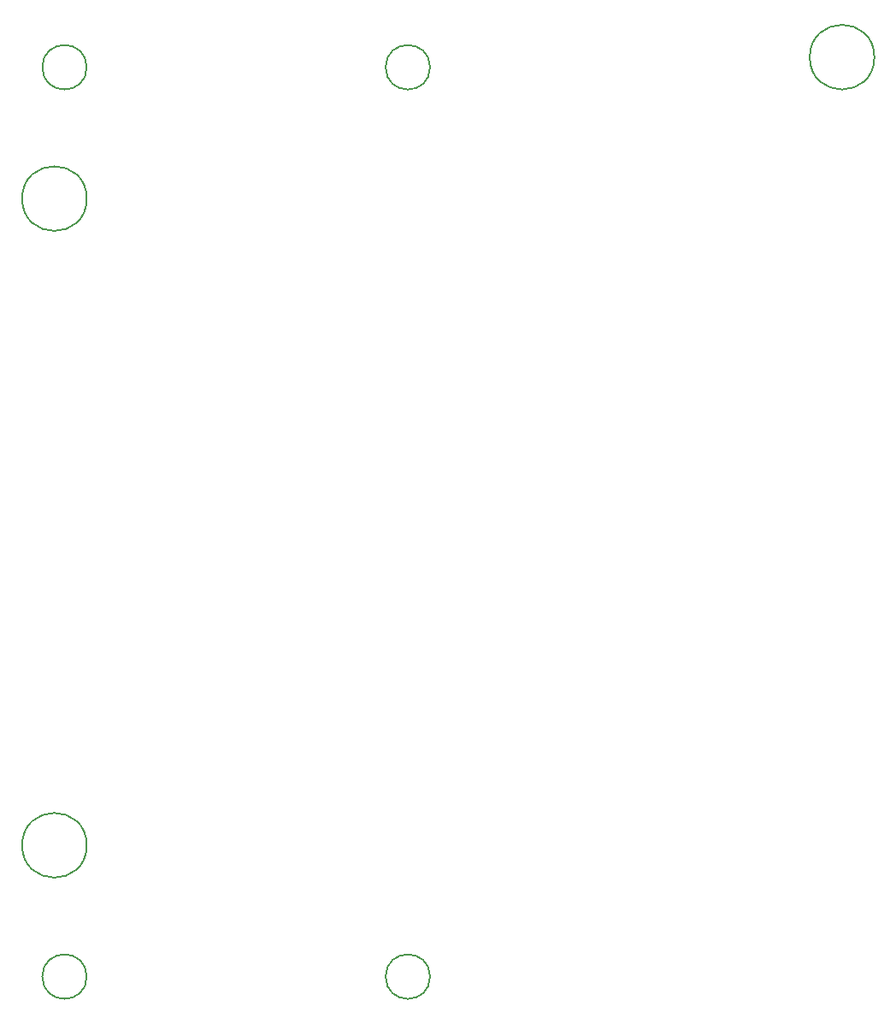
<source format=gbr>
%TF.GenerationSoftware,KiCad,Pcbnew,8.0.6-8.0.6-0~ubuntu24.04.1*%
%TF.CreationDate,2024-10-27T19:43:51+03:00*%
%TF.ProjectId,PM-Keybard,504d2d4b-6579-4626-9172-642e6b696361,rev?*%
%TF.SameCoordinates,Original*%
%TF.FileFunction,Other,Comment*%
%FSLAX46Y46*%
G04 Gerber Fmt 4.6, Leading zero omitted, Abs format (unit mm)*
G04 Created by KiCad (PCBNEW 8.0.6-8.0.6-0~ubuntu24.04.1) date 2024-10-27 19:43:51*
%MOMM*%
%LPD*%
G01*
G04 APERTURE LIST*
%ADD10C,0.150000*%
G04 APERTURE END LIST*
D10*
%TO.C,U2*%
X-8800000Y45000000D02*
G75*
G02*
X-13200000Y45000000I-2200000J0D01*
G01*
X-13200000Y45000000D02*
G75*
G02*
X-8800000Y45000000I2200000J0D01*
G01*
X-8800000Y-45000000D02*
G75*
G02*
X-13200000Y-45000000I-2200000J0D01*
G01*
X-13200000Y-45000000D02*
G75*
G02*
X-8800000Y-45000000I2200000J0D01*
G01*
X-42800000Y45000000D02*
G75*
G02*
X-47200000Y45000000I-2200000J0D01*
G01*
X-47200000Y45000000D02*
G75*
G02*
X-42800000Y45000000I2200000J0D01*
G01*
X-42800000Y-45000000D02*
G75*
G02*
X-47200000Y-45000000I-2200000J0D01*
G01*
X-47200000Y-45000000D02*
G75*
G02*
X-42800000Y-45000000I2200000J0D01*
G01*
%TO.C,H2*%
X35200000Y46000000D02*
G75*
G02*
X28800000Y46000000I-3200000J0D01*
G01*
X28800000Y46000000D02*
G75*
G02*
X35200000Y46000000I3200000J0D01*
G01*
%TO.C,H1*%
X-42800000Y32000000D02*
G75*
G02*
X-49200000Y32000000I-3200000J0D01*
G01*
X-49200000Y32000000D02*
G75*
G02*
X-42800000Y32000000I3200000J0D01*
G01*
%TO.C,H3*%
X-42800000Y-32000000D02*
G75*
G02*
X-49200000Y-32000000I-3200000J0D01*
G01*
X-49200000Y-32000000D02*
G75*
G02*
X-42800000Y-32000000I3200000J0D01*
G01*
%TD*%
M02*

</source>
